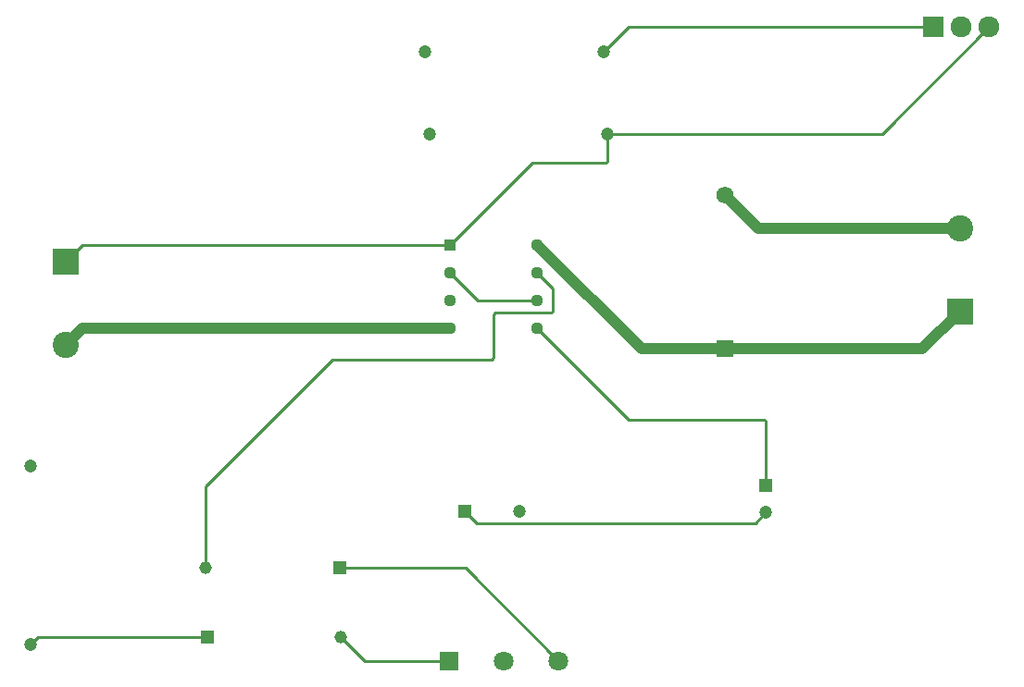
<source format=gbl>
G04*
G04 #@! TF.GenerationSoftware,Altium Limited,Altium Designer,23.1.1 (15)*
G04*
G04 Layer_Physical_Order=2*
G04 Layer_Color=16711680*
%FSLAX44Y44*%
%MOMM*%
G71*
G04*
G04 #@! TF.SameCoordinates,D0F7A24C-D961-4E1D-B503-D57C0314947E*
G04*
G04*
G04 #@! TF.FilePolarity,Positive*
G04*
G01*
G75*
%ADD12C,0.2540*%
%ADD28C,1.0000*%
%ADD29C,1.1500*%
%ADD30R,1.1500X1.1500*%
%ADD31C,1.9200*%
%ADD32R,1.9200X1.9200*%
%ADD33C,1.1300*%
%ADD34R,1.1300X1.1300*%
%ADD35C,2.4000*%
%ADD36R,2.4000X2.4000*%
%ADD37C,1.2000*%
%ADD38R,1.2000X1.2000*%
%ADD39C,1.8000*%
%ADD40R,1.8000X1.8000*%
%ADD41R,1.2000X1.2000*%
%ADD42R,1.5750X1.5750*%
%ADD43C,1.5750*%
D12*
X-531470Y-287020D02*
X-516890Y-301600D01*
X-571500Y-325338D02*
X-570012Y-323850D01*
X-516890Y-322362D02*
Y-301600D01*
X-570012Y-323850D02*
X-518378D01*
X-571500Y-365542D02*
Y-325338D01*
X-518378Y-323850D02*
X-516890Y-322362D01*
X-718820Y-367030D02*
X-572988D01*
X-834390Y-482600D02*
X-718820Y-367030D01*
X-572988D02*
X-571500Y-365542D01*
X-962660Y-276860D02*
X-947420Y-261620D01*
X-610870D01*
X-535807Y-186556D01*
X-834390Y-557530D02*
Y-482600D01*
X-324068Y-421640D02*
X-322580Y-423128D01*
Y-481730D02*
Y-423128D01*
X-447650Y-421640D02*
X-324068D01*
X-531470Y-337820D02*
X-447650Y-421640D01*
X-468408Y-186556D02*
X-466920Y-185069D01*
X-535807Y-186556D02*
X-468408D01*
X-466920Y-185069D02*
Y-160020D01*
X-215900D01*
X-597370Y-505460D02*
X-586448Y-516382D01*
X-332232D01*
X-322580Y-506730D01*
X-585470Y-312420D02*
X-531470D01*
X-610870Y-287020D02*
X-585470Y-312420D01*
X-597230Y-557530D02*
X-512140Y-642620D01*
X-712390Y-557530D02*
X-597230D01*
X-988060Y-621030D02*
X-833120D01*
X-994410Y-627380D02*
X-988060Y-621030D01*
X-689530Y-642620D02*
X-612140D01*
X-711120Y-621030D02*
X-689530Y-642620D01*
X-447870Y-62230D02*
X-168910D01*
X-470730Y-85090D02*
X-447870Y-62230D01*
X-215900Y-160020D02*
X-118110Y-62230D01*
D28*
X-359410Y-356870D02*
X-179070D01*
X-144780Y-322580D01*
X-947420Y-337820D02*
X-610870D01*
X-962660Y-353060D02*
X-947420Y-337820D01*
X-328900Y-246380D02*
X-144780D01*
X-359410Y-215870D02*
X-328900Y-246380D01*
X-531470Y-261620D02*
X-436220Y-356870D01*
X-359410D01*
D29*
X-711120Y-621030D02*
D03*
X-834390Y-557530D02*
D03*
D30*
X-833120Y-621030D02*
D03*
X-712390Y-557530D02*
D03*
D31*
X-118110Y-62230D02*
D03*
X-143510D02*
D03*
D32*
X-168910D02*
D03*
D33*
X-531470Y-261620D02*
D03*
Y-287020D02*
D03*
Y-312420D02*
D03*
Y-337820D02*
D03*
X-610870D02*
D03*
Y-312420D02*
D03*
Y-287020D02*
D03*
D34*
Y-261620D02*
D03*
D35*
X-962660Y-353060D02*
D03*
X-144780Y-246380D02*
D03*
D36*
X-962660Y-276860D02*
D03*
X-144780Y-322580D02*
D03*
D37*
X-547370Y-505460D02*
D03*
X-470730Y-85090D02*
D03*
X-633730D02*
D03*
X-994410Y-464380D02*
D03*
Y-627380D02*
D03*
X-322580Y-506730D02*
D03*
X-629920Y-160020D02*
D03*
X-466920D02*
D03*
D38*
X-597370Y-505460D02*
D03*
D39*
X-512140Y-642620D02*
D03*
X-562140D02*
D03*
D40*
X-612140D02*
D03*
D41*
X-322580Y-481730D02*
D03*
D42*
X-359410Y-356870D02*
D03*
D43*
Y-215870D02*
D03*
M02*

</source>
